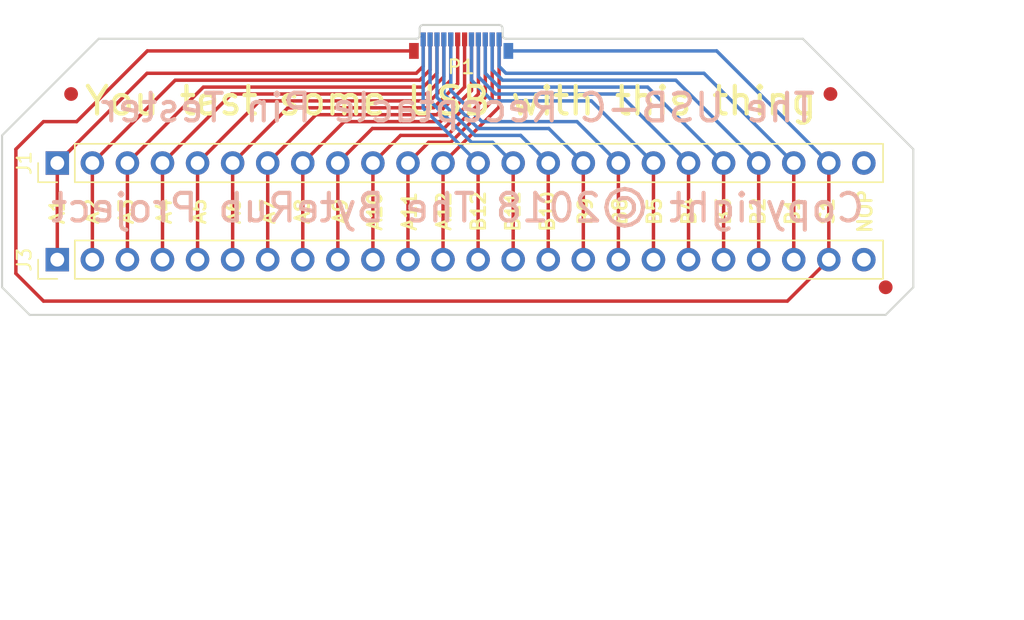
<source format=kicad_pcb>
(kicad_pcb (version 4) (host pcbnew 4.0.6+dfsg1-1)

  (general
    (links 47)
    (no_connects 0)
    (area 50.542855 77.165 154.457145 122.100001)
    (thickness 1.6)
    (drawings 50)
    (tracks 117)
    (zones 0)
    (modules 6)
    (nets 30)
  )

  (page A4)
  (title_block
    (title "USB-C Receptacle Tester")
    (date 2018-09-10)
    (rev 0.7)
    (company "The ByteRub Project Hardware Team")
    (comment 1 "Copyright © 2018, The ByteRub Project")
    (comment 2 "Enabling testing of USB-C hardware")
    (comment 3 "Pending quality assurance testing")
    (comment 4 "Warning, untested prototype!")
  )

  (layers
    (0 F.Cu signal)
    (31 B.Cu signal)
    (32 B.Adhes user)
    (33 F.Adhes user)
    (34 B.Paste user)
    (35 F.Paste user)
    (36 B.SilkS user)
    (37 F.SilkS user)
    (38 B.Mask user)
    (39 F.Mask user)
    (40 Dwgs.User user)
    (41 Cmts.User user)
    (42 Eco1.User user)
    (43 Eco2.User user)
    (44 Edge.Cuts user)
    (45 Margin user)
    (46 B.CrtYd user)
    (47 F.CrtYd user)
    (48 B.Fab user)
    (49 F.Fab user)
  )

  (setup
    (last_trace_width 0.25)
    (trace_clearance 0.1)
    (zone_clearance 0.508)
    (zone_45_only no)
    (trace_min 0.2)
    (segment_width 0.2)
    (edge_width 0.15)
    (via_size 0.6)
    (via_drill 0.4)
    (via_min_size 0.4)
    (via_min_drill 0.3)
    (uvia_size 0.3)
    (uvia_drill 0.1)
    (uvias_allowed no)
    (uvia_min_size 0.2)
    (uvia_min_drill 0.1)
    (pcb_text_width 0.3)
    (pcb_text_size 1.5 1.5)
    (mod_edge_width 0.15)
    (mod_text_size 1 1)
    (mod_text_width 0.15)
    (pad_size 1.524 1.524)
    (pad_drill 0.762)
    (pad_to_mask_clearance 0.2)
    (aux_axis_origin 0 0)
    (visible_elements FFFFFF7F)
    (pcbplotparams
      (layerselection 0x010fc_80000001)
      (usegerberextensions false)
      (excludeedgelayer true)
      (linewidth 0.100000)
      (plotframeref false)
      (viasonmask false)
      (mode 1)
      (useauxorigin false)
      (hpglpennumber 1)
      (hpglpenspeed 20)
      (hpglpendiameter 15)
      (hpglpenoverlay 2)
      (psnegative false)
      (psa4output false)
      (plotreference true)
      (plotvalue true)
      (plotinvisibletext false)
      (padsonsilk false)
      (subtractmaskfromsilk false)
      (outputformat 1)
      (mirror false)
      (drillshape 0)
      (scaleselection 1)
      (outputdirectory fabsingle))
  )

  (net 0 "")
  (net 1 GND)
  (net 2 /A1)
  (net 3 /A2)
  (net 4 /A3)
  (net 5 /A4)
  (net 6 /A5)
  (net 7 /A6)
  (net 8 /A7)
  (net 9 /A8)
  (net 10 /A9)
  (net 11 /A10)
  (net 12 /A11)
  (net 13 /A12)
  (net 14 /B1)
  (net 15 /B2)
  (net 16 /B3)
  (net 17 /B4)
  (net 18 /B5)
  (net 19 /B8)
  (net 20 /B9)
  (net 21 /B10)
  (net 22 /B11)
  (net 23 /B12)
  (net 24 /S1)
  (net 25 "Net-(J1-Pad24)")
  (net 26 "Net-(J3-Pad24)")
  (net 27 "Net-(FID1-Pad~)")
  (net 28 "Net-(FID2-Pad~)")
  (net 29 "Net-(FID3-Pad~)")

  (net_class Default "Dies ist die voreingestellte Netzklasse."
    (clearance 0.1)
    (trace_width 0.25)
    (via_dia 0.6)
    (via_drill 0.4)
    (uvia_dia 0.3)
    (uvia_drill 0.1)
    (add_net /A1)
    (add_net /A10)
    (add_net /A11)
    (add_net /A12)
    (add_net /A2)
    (add_net /A3)
    (add_net /A4)
    (add_net /A5)
    (add_net /A6)
    (add_net /A7)
    (add_net /A8)
    (add_net /A9)
    (add_net /B1)
    (add_net /B10)
    (add_net /B11)
    (add_net /B12)
    (add_net /B2)
    (add_net /B3)
    (add_net /B4)
    (add_net /B5)
    (add_net /B8)
    (add_net /B9)
    (add_net /S1)
    (add_net "Net-(FID1-Pad~)")
    (add_net "Net-(FID2-Pad~)")
    (add_net "Net-(FID3-Pad~)")
    (add_net "Net-(J1-Pad24)")
    (add_net "Net-(J3-Pad24)")
  )

  (module ByteRub_HW:Pin_Header_Straight_1x24_Pitch2.54mm (layer F.Cu) (tedit 5862ED52) (tstamp 5B9795E3)
    (at 72 89 90)
    (descr "Through hole straight pin header, 1x24, 2.54mm pitch, single row")
    (tags "Through hole pin header THT 1x24 2.54mm single row")
    (path /5B977BC9)
    (fp_text reference J1 (at 0 -2.39 90) (layer F.SilkS)
      (effects (font (size 1 1) (thickness 0.15)))
    )
    (fp_text value CONN_01X24 (at 0 60.81 90) (layer F.Fab)
      (effects (font (size 1 1) (thickness 0.15)))
    )
    (fp_line (start -1.27 -1.27) (end -1.27 59.69) (layer F.Fab) (width 0.1))
    (fp_line (start -1.27 59.69) (end 1.27 59.69) (layer F.Fab) (width 0.1))
    (fp_line (start 1.27 59.69) (end 1.27 -1.27) (layer F.Fab) (width 0.1))
    (fp_line (start 1.27 -1.27) (end -1.27 -1.27) (layer F.Fab) (width 0.1))
    (fp_line (start -1.39 1.27) (end -1.39 59.81) (layer F.SilkS) (width 0.12))
    (fp_line (start -1.39 59.81) (end 1.39 59.81) (layer F.SilkS) (width 0.12))
    (fp_line (start 1.39 59.81) (end 1.39 1.27) (layer F.SilkS) (width 0.12))
    (fp_line (start 1.39 1.27) (end -1.39 1.27) (layer F.SilkS) (width 0.12))
    (fp_line (start -1.39 0) (end -1.39 -1.39) (layer F.SilkS) (width 0.12))
    (fp_line (start -1.39 -1.39) (end 0 -1.39) (layer F.SilkS) (width 0.12))
    (fp_line (start -1.6 -1.6) (end -1.6 60) (layer F.CrtYd) (width 0.05))
    (fp_line (start -1.6 60) (end 1.6 60) (layer F.CrtYd) (width 0.05))
    (fp_line (start 1.6 60) (end 1.6 -1.6) (layer F.CrtYd) (width 0.05))
    (fp_line (start 1.6 -1.6) (end -1.6 -1.6) (layer F.CrtYd) (width 0.05))
    (pad 1 thru_hole rect (at 0 0 90) (size 1.7 1.7) (drill 1) (layers *.Cu *.Mask)
      (net 2 /A1))
    (pad 2 thru_hole oval (at 0 2.54 90) (size 1.7 1.7) (drill 1) (layers *.Cu *.Mask)
      (net 3 /A2))
    (pad 3 thru_hole oval (at 0 5.08 90) (size 1.7 1.7) (drill 1) (layers *.Cu *.Mask)
      (net 4 /A3))
    (pad 4 thru_hole oval (at 0 7.62 90) (size 1.7 1.7) (drill 1) (layers *.Cu *.Mask)
      (net 5 /A4))
    (pad 5 thru_hole oval (at 0 10.16 90) (size 1.7 1.7) (drill 1) (layers *.Cu *.Mask)
      (net 6 /A5))
    (pad 6 thru_hole oval (at 0 12.7 90) (size 1.7 1.7) (drill 1) (layers *.Cu *.Mask)
      (net 7 /A6))
    (pad 7 thru_hole oval (at 0 15.24 90) (size 1.7 1.7) (drill 1) (layers *.Cu *.Mask)
      (net 8 /A7))
    (pad 8 thru_hole oval (at 0 17.78 90) (size 1.7 1.7) (drill 1) (layers *.Cu *.Mask)
      (net 9 /A8))
    (pad 9 thru_hole oval (at 0 20.32 90) (size 1.7 1.7) (drill 1) (layers *.Cu *.Mask)
      (net 10 /A9))
    (pad 10 thru_hole oval (at 0 22.86 90) (size 1.7 1.7) (drill 1) (layers *.Cu *.Mask)
      (net 11 /A10))
    (pad 11 thru_hole oval (at 0 25.4 90) (size 1.7 1.7) (drill 1) (layers *.Cu *.Mask)
      (net 12 /A11))
    (pad 12 thru_hole oval (at 0 27.94 90) (size 1.7 1.7) (drill 1) (layers *.Cu *.Mask)
      (net 13 /A12))
    (pad 13 thru_hole oval (at 0 30.48 90) (size 1.7 1.7) (drill 1) (layers *.Cu *.Mask)
      (net 23 /B12))
    (pad 14 thru_hole oval (at 0 33.02 90) (size 1.7 1.7) (drill 1) (layers *.Cu *.Mask)
      (net 22 /B11))
    (pad 15 thru_hole oval (at 0 35.56 90) (size 1.7 1.7) (drill 1) (layers *.Cu *.Mask)
      (net 21 /B10))
    (pad 16 thru_hole oval (at 0 38.1 90) (size 1.7 1.7) (drill 1) (layers *.Cu *.Mask)
      (net 20 /B9))
    (pad 17 thru_hole oval (at 0 40.64 90) (size 1.7 1.7) (drill 1) (layers *.Cu *.Mask)
      (net 19 /B8))
    (pad 18 thru_hole oval (at 0 43.18 90) (size 1.7 1.7) (drill 1) (layers *.Cu *.Mask)
      (net 18 /B5))
    (pad 19 thru_hole oval (at 0 45.72 90) (size 1.7 1.7) (drill 1) (layers *.Cu *.Mask)
      (net 17 /B4))
    (pad 20 thru_hole oval (at 0 48.26 90) (size 1.7 1.7) (drill 1) (layers *.Cu *.Mask)
      (net 16 /B3))
    (pad 21 thru_hole oval (at 0 50.8 90) (size 1.7 1.7) (drill 1) (layers *.Cu *.Mask)
      (net 15 /B2))
    (pad 22 thru_hole oval (at 0 53.34 90) (size 1.7 1.7) (drill 1) (layers *.Cu *.Mask)
      (net 14 /B1))
    (pad 23 thru_hole oval (at 0 55.88 90) (size 1.7 1.7) (drill 1) (layers *.Cu *.Mask)
      (net 24 /S1))
    (pad 24 thru_hole oval (at 0 58.42 90) (size 1.7 1.7) (drill 1) (layers *.Cu *.Mask)
      (net 25 "Net-(J1-Pad24)"))
    (model ${KISYS3DMOD}/Pin_Headers.3dshapes/Pin_Header_Straight_1x24_Pitch2.54mm.wrl
      (at (xyz 0 -1.15 0))
      (scale (xyz 1 1 1))
      (rotate (xyz 0 0 90))
    )
  )

  (module ByteRub_HW:Pin_Header_Straight_1x24_Pitch2.54mm (layer F.Cu) (tedit 5862ED52) (tstamp 5B97961B)
    (at 72 96 90)
    (descr "Through hole straight pin header, 1x24, 2.54mm pitch, single row")
    (tags "Through hole pin header THT 1x24 2.54mm single row")
    (path /5B977F50)
    (fp_text reference J3 (at 0 -2.39 90) (layer F.SilkS)
      (effects (font (size 1 1) (thickness 0.15)))
    )
    (fp_text value CONN_01X24 (at 0 60.81 90) (layer F.Fab)
      (effects (font (size 1 1) (thickness 0.15)))
    )
    (fp_line (start -1.27 -1.27) (end -1.27 59.69) (layer F.Fab) (width 0.1))
    (fp_line (start -1.27 59.69) (end 1.27 59.69) (layer F.Fab) (width 0.1))
    (fp_line (start 1.27 59.69) (end 1.27 -1.27) (layer F.Fab) (width 0.1))
    (fp_line (start 1.27 -1.27) (end -1.27 -1.27) (layer F.Fab) (width 0.1))
    (fp_line (start -1.39 1.27) (end -1.39 59.81) (layer F.SilkS) (width 0.12))
    (fp_line (start -1.39 59.81) (end 1.39 59.81) (layer F.SilkS) (width 0.12))
    (fp_line (start 1.39 59.81) (end 1.39 1.27) (layer F.SilkS) (width 0.12))
    (fp_line (start 1.39 1.27) (end -1.39 1.27) (layer F.SilkS) (width 0.12))
    (fp_line (start -1.39 0) (end -1.39 -1.39) (layer F.SilkS) (width 0.12))
    (fp_line (start -1.39 -1.39) (end 0 -1.39) (layer F.SilkS) (width 0.12))
    (fp_line (start -1.6 -1.6) (end -1.6 60) (layer F.CrtYd) (width 0.05))
    (fp_line (start -1.6 60) (end 1.6 60) (layer F.CrtYd) (width 0.05))
    (fp_line (start 1.6 60) (end 1.6 -1.6) (layer F.CrtYd) (width 0.05))
    (fp_line (start 1.6 -1.6) (end -1.6 -1.6) (layer F.CrtYd) (width 0.05))
    (pad 1 thru_hole rect (at 0 0 90) (size 1.7 1.7) (drill 1) (layers *.Cu *.Mask)
      (net 2 /A1))
    (pad 2 thru_hole oval (at 0 2.54 90) (size 1.7 1.7) (drill 1) (layers *.Cu *.Mask)
      (net 3 /A2))
    (pad 3 thru_hole oval (at 0 5.08 90) (size 1.7 1.7) (drill 1) (layers *.Cu *.Mask)
      (net 4 /A3))
    (pad 4 thru_hole oval (at 0 7.62 90) (size 1.7 1.7) (drill 1) (layers *.Cu *.Mask)
      (net 5 /A4))
    (pad 5 thru_hole oval (at 0 10.16 90) (size 1.7 1.7) (drill 1) (layers *.Cu *.Mask)
      (net 6 /A5))
    (pad 6 thru_hole oval (at 0 12.7 90) (size 1.7 1.7) (drill 1) (layers *.Cu *.Mask)
      (net 7 /A6))
    (pad 7 thru_hole oval (at 0 15.24 90) (size 1.7 1.7) (drill 1) (layers *.Cu *.Mask)
      (net 8 /A7))
    (pad 8 thru_hole oval (at 0 17.78 90) (size 1.7 1.7) (drill 1) (layers *.Cu *.Mask)
      (net 9 /A8))
    (pad 9 thru_hole oval (at 0 20.32 90) (size 1.7 1.7) (drill 1) (layers *.Cu *.Mask)
      (net 10 /A9))
    (pad 10 thru_hole oval (at 0 22.86 90) (size 1.7 1.7) (drill 1) (layers *.Cu *.Mask)
      (net 11 /A10))
    (pad 11 thru_hole oval (at 0 25.4 90) (size 1.7 1.7) (drill 1) (layers *.Cu *.Mask)
      (net 12 /A11))
    (pad 12 thru_hole oval (at 0 27.94 90) (size 1.7 1.7) (drill 1) (layers *.Cu *.Mask)
      (net 13 /A12))
    (pad 13 thru_hole oval (at 0 30.48 90) (size 1.7 1.7) (drill 1) (layers *.Cu *.Mask)
      (net 23 /B12))
    (pad 14 thru_hole oval (at 0 33.02 90) (size 1.7 1.7) (drill 1) (layers *.Cu *.Mask)
      (net 22 /B11))
    (pad 15 thru_hole oval (at 0 35.56 90) (size 1.7 1.7) (drill 1) (layers *.Cu *.Mask)
      (net 21 /B10))
    (pad 16 thru_hole oval (at 0 38.1 90) (size 1.7 1.7) (drill 1) (layers *.Cu *.Mask)
      (net 20 /B9))
    (pad 17 thru_hole oval (at 0 40.64 90) (size 1.7 1.7) (drill 1) (layers *.Cu *.Mask)
      (net 19 /B8))
    (pad 18 thru_hole oval (at 0 43.18 90) (size 1.7 1.7) (drill 1) (layers *.Cu *.Mask)
      (net 18 /B5))
    (pad 19 thru_hole oval (at 0 45.72 90) (size 1.7 1.7) (drill 1) (layers *.Cu *.Mask)
      (net 17 /B4))
    (pad 20 thru_hole oval (at 0 48.26 90) (size 1.7 1.7) (drill 1) (layers *.Cu *.Mask)
      (net 16 /B3))
    (pad 21 thru_hole oval (at 0 50.8 90) (size 1.7 1.7) (drill 1) (layers *.Cu *.Mask)
      (net 15 /B2))
    (pad 22 thru_hole oval (at 0 53.34 90) (size 1.7 1.7) (drill 1) (layers *.Cu *.Mask)
      (net 14 /B1))
    (pad 23 thru_hole oval (at 0 55.88 90) (size 1.7 1.7) (drill 1) (layers *.Cu *.Mask)
      (net 24 /S1))
    (pad 24 thru_hole oval (at 0 58.42 90) (size 1.7 1.7) (drill 1) (layers *.Cu *.Mask)
      (net 26 "Net-(J3-Pad24)"))
  )

  (module ByteRub_HW:USB_C_Plug_Molex_105444 (layer F.Cu) (tedit 59237922) (tstamp 5B979637)
    (at 101.25 80)
    (descr "Universal Serial Bus (USB) Shielded I/O Plug, Type C, Right Angle, Surface Mount, http://www.molex.com/pdm_docs/sd/1054440001_sd.pdf")
    (tags "USB Type-C Plug Edge Mount")
    (path /5B9774E2)
    (attr smd)
    (fp_text reference P1 (at 0 2.04) (layer F.SilkS)
      (effects (font (size 1 1) (thickness 0.15)))
    )
    (fp_text value USB_C_Plug (at 0 -1.96) (layer F.Fab)
      (effects (font (size 1 1) (thickness 0.15)))
    )
    (fp_text user %R (at 0 2.04) (layer F.Fab)
      (effects (font (size 1 1) (thickness 0.1)))
    )
    (fp_line (start -4.3 1.96) (end -4.3 -1.46) (layer F.CrtYd) (width 0.05))
    (fp_text user "PCB Edge" (at 0 -0.96) (layer Dwgs.User)
      (effects (font (size 0.5 0.5) (thickness 0.08)))
    )
    (fp_line (start 3.35 0) (end 4.3 0) (layer F.Fab) (width 0.1))
    (fp_line (start 3.05 -0.66) (end 3.05 -0.3) (layer F.Fab) (width 0.1))
    (fp_arc (start 2.75 -0.66) (end 2.75 -0.96) (angle 90) (layer F.Fab) (width 0.1))
    (fp_line (start -2.75 -0.96) (end 2.75 -0.96) (layer F.Fab) (width 0.1))
    (fp_arc (start -2.75 -0.66) (end -3.05 -0.66) (angle 90) (layer F.Fab) (width 0.1))
    (fp_arc (start 3.35 -0.3) (end 3.35 0) (angle 90) (layer F.Fab) (width 0.1))
    (fp_line (start -3.05 -0.66) (end -3.05 -0.3) (layer F.Fab) (width 0.1))
    (fp_arc (start -3.35 -0.3) (end -3.05 -0.3) (angle 90) (layer F.Fab) (width 0.1))
    (fp_line (start -3.35 0) (end -4.3 0) (layer F.Fab) (width 0.1))
    (fp_line (start 4.3 1.96) (end 4.3 -1.46) (layer F.CrtYd) (width 0.05))
    (fp_line (start 4.3 -1.46) (end -4.3 -1.46) (layer F.CrtYd) (width 0.05))
    (fp_line (start 4.3 1.96) (end -4.3 1.96) (layer F.CrtYd) (width 0.05))
    (pad A1 smd rect (at -2.75 0.04) (size 0.38 1) (layers F.Cu F.Paste F.Mask)
      (net 2 /A1))
    (pad A2 smd rect (at -2.25 0.04) (size 0.38 1) (layers F.Cu F.Paste F.Mask)
      (net 3 /A2))
    (pad A3 smd rect (at -1.75 0.04) (size 0.38 1) (layers F.Cu F.Paste F.Mask)
      (net 4 /A3))
    (pad A4 smd rect (at -1.25 0.04) (size 0.38 1) (layers F.Cu F.Paste F.Mask)
      (net 5 /A4))
    (pad A5 smd rect (at -0.75 0.04) (size 0.38 1) (layers F.Cu F.Paste F.Mask)
      (net 6 /A5))
    (pad A6 smd rect (at -0.25 0.04) (size 0.38 1) (layers F.Cu F.Paste F.Mask)
      (net 7 /A6))
    (pad A7 smd rect (at 0.25 0.04) (size 0.38 1) (layers F.Cu F.Paste F.Mask)
      (net 8 /A7))
    (pad A8 smd rect (at 0.75 0.04) (size 0.38 1) (layers F.Cu F.Paste F.Mask)
      (net 9 /A8))
    (pad A9 smd rect (at 1.25 0.04) (size 0.38 1) (layers F.Cu F.Paste F.Mask)
      (net 10 /A9))
    (pad A10 smd rect (at 1.75 0.04) (size 0.38 1) (layers F.Cu F.Paste F.Mask)
      (net 11 /A10))
    (pad A11 smd rect (at 2.25 0.04) (size 0.38 1) (layers F.Cu F.Paste F.Mask)
      (net 12 /A11))
    (pad A12 smd rect (at 2.75 0.04) (size 0.38 1) (layers F.Cu F.Paste F.Mask)
      (net 13 /A12))
    (pad S1 smd rect (at -3.42 0.88) (size 0.7 1.15) (layers F.Cu F.Paste F.Mask)
      (net 24 /S1))
    (pad S1 smd rect (at 3.42 0.88) (size 0.7 1.15) (layers B.Cu B.Paste B.Mask)
      (net 24 /S1))
    (pad B1 smd rect (at 2.75 0.04) (size 0.38 1) (layers B.Cu B.Paste B.Mask)
      (net 14 /B1))
    (pad B2 smd rect (at 2.25 0.04) (size 0.38 1) (layers B.Cu B.Paste B.Mask)
      (net 15 /B2))
    (pad B3 smd rect (at 1.75 0.04) (size 0.38 1) (layers B.Cu B.Paste B.Mask)
      (net 16 /B3))
    (pad B4 smd rect (at 1.25 0.04) (size 0.38 1) (layers B.Cu B.Paste B.Mask)
      (net 17 /B4))
    (pad B5 smd rect (at 0.75 0.04) (size 0.38 1) (layers B.Cu B.Paste B.Mask)
      (net 18 /B5))
    (pad B8 smd rect (at -0.75 0.04) (size 0.38 1) (layers B.Cu B.Paste B.Mask)
      (net 19 /B8))
    (pad B9 smd rect (at -1.25 0.04) (size 0.38 1) (layers B.Cu B.Paste B.Mask)
      (net 20 /B9))
    (pad B10 smd rect (at -1.75 0.04) (size 0.38 1) (layers B.Cu B.Paste B.Mask)
      (net 21 /B10))
    (pad B11 smd rect (at -2.25 0.04) (size 0.38 1) (layers B.Cu B.Paste B.Mask)
      (net 22 /B11))
    (pad B12 smd rect (at -2.75 0.04) (size 0.38 1) (layers B.Cu B.Paste B.Mask)
      (net 23 /B12))
    (model ${KISYS3DMOD}/Connectors_USB.3dshapes/USB_C_Plug_Molex_105444.wrl
      (at (xyz 0 0 0))
      (scale (xyz 1 1 1))
      (rotate (xyz 0 0 0))
    )
  )

  (module ByteRub_HW:Fiducial_1mm_Dia_2mm_Outer (layer F.Cu) (tedit 5B97FD5E) (tstamp 5B97AD8A)
    (at 73 84)
    (descr "Circular Fiducial, 1mm bare copper; 2mm keepout (Level A)")
    (tags marker)
    (path /5B97AC9A)
    (attr virtual)
    (fp_text reference FID1 (at 3 0) (layer F.SilkS) hide
      (effects (font (size 1 1) (thickness 0.15)))
    )
    (fp_text value Dummy_FIDUCIAL_Passermarke_Type1_RevE_Date16Nov2011 (at 0 2) (layer F.Fab) hide
      (effects (font (size 1 1) (thickness 0.15)))
    )
    (fp_circle (center 0 0) (end 1 0) (layer F.Fab) (width 0.1))
    (fp_text user %R (at 0 0) (layer F.Fab)
      (effects (font (size 0.4 0.4) (thickness 0.06)))
    )
    (fp_circle (center 0 0) (end 1.25 0) (layer F.CrtYd) (width 0.05))
    (pad ~ smd circle (at 0 0) (size 1 1) (layers F.Cu F.Mask)
      (net 27 "Net-(FID1-Pad~)") (solder_mask_margin 0.5) (clearance 0.5))
  )

  (module ByteRub_HW:Fiducial_1mm_Dia_2mm_Outer (layer F.Cu) (tedit 5B97FD61) (tstamp 5B97AD8F)
    (at 128 84)
    (descr "Circular Fiducial, 1mm bare copper; 2mm keepout (Level A)")
    (tags marker)
    (path /5B97ACF9)
    (attr virtual)
    (fp_text reference FID2 (at -3 0) (layer F.SilkS) hide
      (effects (font (size 1 1) (thickness 0.15)))
    )
    (fp_text value Dummy_FIDUCIAL_Passermarke_Type1_RevE_Date16Nov2011 (at 0 2) (layer F.Fab) hide
      (effects (font (size 1 1) (thickness 0.15)))
    )
    (fp_circle (center 0 0) (end 1 0) (layer F.Fab) (width 0.1))
    (fp_text user %R (at 0 0) (layer F.Fab)
      (effects (font (size 0.4 0.4) (thickness 0.06)))
    )
    (fp_circle (center 0 0) (end 1.25 0) (layer F.CrtYd) (width 0.05))
    (pad ~ smd circle (at 0 0) (size 1 1) (layers F.Cu F.Mask)
      (net 28 "Net-(FID2-Pad~)") (solder_mask_margin 0.5) (clearance 0.5))
  )

  (module ByteRub_HW:Fiducial_1mm_Dia_2mm_Outer (layer F.Cu) (tedit 5B97FD64) (tstamp 5B97AD94)
    (at 132 98)
    (descr "Circular Fiducial, 1mm bare copper; 2mm keepout (Level A)")
    (tags marker)
    (path /5B97AD6A)
    (attr virtual)
    (fp_text reference FID3 (at -3 0.5) (layer F.SilkS) hide
      (effects (font (size 1 1) (thickness 0.15)))
    )
    (fp_text value Dummy_FIDUCIAL_Passermarke_Type1_RevE_Date16Nov2011 (at 0 2) (layer F.Fab) hide
      (effects (font (size 1 1) (thickness 0.15)))
    )
    (fp_circle (center 0 0) (end 1 0) (layer F.Fab) (width 0.1))
    (fp_text user %R (at 0 0) (layer F.Fab)
      (effects (font (size 0.4 0.4) (thickness 0.06)))
    )
    (fp_circle (center 0 0) (end 1.25 0) (layer F.CrtYd) (width 0.05))
    (pad ~ smd circle (at 0 0) (size 1 1) (layers F.Cu F.Mask)
      (net 29 "Net-(FID3-Pad~)") (solder_mask_margin 0.5) (clearance 0.5))
  )

  (gr_line (start 134 110) (end 68 110) (angle 90) (layer Dwgs.User) (width 0.2))
  (gr_line (start 134 122) (end 134 110) (angle 90) (layer Dwgs.User) (width 0.2))
  (gr_line (start 68 122) (end 134 122) (angle 90) (layer Dwgs.User) (width 0.2))
  (gr_line (start 68 110) (end 68 122) (angle 90) (layer Dwgs.User) (width 0.2))
  (gr_text "Board substrate thickness must be ,8 mm to\naccomodate Molex USB-C plug part 105444." (at 101 116) (layer Dwgs.User)
    (effects (font (size 2 1.75) (thickness 0.3)))
  )
  (dimension 20 (width 0.3) (layer Dwgs.User)
    (gr_text "20,000 mm" (at 139.35 90 90) (layer Dwgs.User)
      (effects (font (size 1.5 1.5) (thickness 0.3)))
    )
    (feature1 (pts (xy 135 80) (xy 140.7 80)))
    (feature2 (pts (xy 135 100) (xy 140.7 100)))
    (crossbar (pts (xy 138 100) (xy 138 80)))
    (arrow1a (pts (xy 138 80) (xy 138.586421 81.126504)))
    (arrow1b (pts (xy 138 80) (xy 137.413579 81.126504)))
    (arrow2a (pts (xy 138 100) (xy 138.586421 98.873496)))
    (arrow2b (pts (xy 138 100) (xy 137.413579 98.873496)))
  )
  (dimension 66 (width 0.3) (layer Dwgs.User)
    (gr_text "66,000 mm" (at 101 105.35) (layer Dwgs.User)
      (effects (font (size 1.5 1.5) (thickness 0.3)))
    )
    (feature1 (pts (xy 134 101) (xy 134 106.7)))
    (feature2 (pts (xy 68 101) (xy 68 106.7)))
    (crossbar (pts (xy 68 104) (xy 134 104)))
    (arrow1a (pts (xy 134 104) (xy 132.873496 104.586421)))
    (arrow1b (pts (xy 134 104) (xy 132.873496 103.413579)))
    (arrow2a (pts (xy 68 104) (xy 69.126504 104.586421)))
    (arrow2b (pts (xy 68 104) (xy 69.126504 103.413579)))
  )
  (gr_text "The USB-C Receptacle Pin Tester" (at 101 85) (layer B.SilkS)
    (effects (font (size 2 2) (thickness 0.3)) (justify mirror))
  )
  (gr_text "Copyright ©2018 The ByteRub Project" (at 101 92.25) (layer B.SilkS)
    (effects (font (size 2 2) (thickness 0.3)) (justify mirror))
  )
  (gr_text "You test some USB with this thing" (at 100.5 84.5) (layer F.SilkS)
    (effects (font (size 2 2) (thickness 0.3)))
  )
  (gr_text NOP (at 130.5 92.5 90) (layer F.SilkS)
    (effects (font (size 1 1) (thickness 0.2)))
  )
  (gr_text S1 (at 127.75 92.5 90) (layer F.SilkS)
    (effects (font (size 1 1) (thickness 0.2)))
  )
  (gr_text B1 (at 125.25 92.5 90) (layer F.SilkS)
    (effects (font (size 1 1) (thickness 0.2)))
  )
  (gr_text B2 (at 122.75 92.5 90) (layer F.SilkS)
    (effects (font (size 1 1) (thickness 0.2)))
  )
  (gr_text B3 (at 120.25 92.5 90) (layer F.SilkS)
    (effects (font (size 1 1) (thickness 0.2)))
  )
  (gr_text B4 (at 117.75 92.5 90) (layer F.SilkS)
    (effects (font (size 1 1) (thickness 0.2)))
  )
  (gr_text B5 (at 115.25 92.5 90) (layer F.SilkS)
    (effects (font (size 1 1) (thickness 0.2)))
  )
  (gr_text B8 (at 112.75 92.5 90) (layer F.SilkS)
    (effects (font (size 1 1) (thickness 0.2)))
  )
  (gr_text B9 (at 110.25 92.5 90) (layer F.SilkS)
    (effects (font (size 1 1) (thickness 0.2)))
  )
  (gr_text B10 (at 107.5 92.5 90) (layer F.SilkS)
    (effects (font (size 1 1) (thickness 0.2)))
  )
  (gr_text B11 (at 105 92.5 90) (layer F.SilkS)
    (effects (font (size 1 1) (thickness 0.2)))
  )
  (gr_text B12 (at 102.5 92.5 90) (layer F.SilkS)
    (effects (font (size 1 1) (thickness 0.2)))
  )
  (gr_text A12 (at 100 92.5 90) (layer F.SilkS)
    (effects (font (size 1 1) (thickness 0.2)))
  )
  (gr_text A11 (at 97.5 92.5 90) (layer F.SilkS)
    (effects (font (size 1 1) (thickness 0.2)))
  )
  (gr_text A10 (at 95 92.5 90) (layer F.SilkS)
    (effects (font (size 1 1) (thickness 0.2)))
  )
  (gr_text A9 (at 92.5 92.5 90) (layer F.SilkS)
    (effects (font (size 1 1) (thickness 0.2)))
  )
  (gr_text A8 (at 89.75 92.5 90) (layer F.SilkS)
    (effects (font (size 1 1) (thickness 0.2)))
  )
  (gr_text A7 (at 87.25 92.5 90) (layer F.SilkS)
    (effects (font (size 1 1) (thickness 0.2)))
  )
  (gr_text A6 (at 84.75 92.5 90) (layer F.SilkS)
    (effects (font (size 1 1) (thickness 0.2)))
  )
  (gr_text A5 (at 82.25 92.5 90) (layer F.SilkS)
    (effects (font (size 1 1) (thickness 0.2)))
  )
  (gr_text A4 (at 79.75 92.5 90) (layer F.SilkS)
    (effects (font (size 1 1) (thickness 0.2)))
  )
  (gr_text A3 (at 77 92.5 90) (layer F.SilkS)
    (effects (font (size 1 1) (thickness 0.2)))
  )
  (gr_text A2 (at 74.5 92.5 90) (layer F.SilkS)
    (effects (font (size 1 1) (thickness 0.2)))
  )
  (gr_text A1 (at 72 92.5 90) (layer F.SilkS)
    (effects (font (size 1 1) (thickness 0.2)))
  )
  (gr_line (start 126 80) (end 104.5 80) (angle 90) (layer Edge.Cuts) (width 0.15))
  (gr_line (start 104.25 79.25) (end 104.25 79.75) (angle 90) (layer Edge.Cuts) (width 0.15))
  (gr_line (start 98.5 79) (end 104 79) (angle 90) (layer Edge.Cuts) (width 0.15))
  (gr_line (start 98.25 79.75) (end 98.25 79.25) (angle 90) (layer Edge.Cuts) (width 0.15))
  (gr_line (start 75 80) (end 98 80) (angle 90) (layer Edge.Cuts) (width 0.15))
  (gr_arc (start 104.5 79.75) (end 104.5 80) (angle 90) (layer Edge.Cuts) (width 0.15))
  (gr_arc (start 98 79.75) (end 98.25 79.75) (angle 90) (layer Edge.Cuts) (width 0.15))
  (gr_arc (start 104 79.25) (end 104 79) (angle 90) (layer Edge.Cuts) (width 0.15))
  (gr_arc (start 98.5 79.25) (end 98.25 79.25) (angle 90) (layer Edge.Cuts) (width 0.15))
  (gr_line (start 68 87) (end 75 80) (angle 90) (layer Edge.Cuts) (width 0.15))
  (gr_line (start 68 98) (end 68 87) (angle 90) (layer Edge.Cuts) (width 0.15))
  (gr_line (start 134 88) (end 126 80) (angle 90) (layer Edge.Cuts) (width 0.15))
  (gr_line (start 134 98) (end 134 88) (angle 90) (layer Edge.Cuts) (width 0.15))
  (gr_line (start 132 100) (end 134 98) (angle 90) (layer Edge.Cuts) (width 0.15))
  (gr_line (start 70 100) (end 132 100) (angle 90) (layer Edge.Cuts) (width 0.15))
  (gr_line (start 68 98) (end 70 100) (angle 90) (layer Edge.Cuts) (width 0.15))

  (segment (start 98.5 80.04) (end 98.5 82) (width 0.25) (layer F.Cu) (net 2))
  (segment (start 78.5 82.5) (end 72 89) (width 0.25) (layer F.Cu) (net 2) (tstamp 5B979EE9))
  (segment (start 98 82.5) (end 78.5 82.5) (width 0.25) (layer F.Cu) (net 2) (tstamp 5B979EE4))
  (segment (start 98.5 82) (end 98 82.5) (width 0.25) (layer F.Cu) (net 2) (tstamp 5B979EDD))
  (segment (start 72 96) (end 72 89) (width 0.25) (layer F.Cu) (net 2))
  (segment (start 99 80.04) (end 99 82.25) (width 0.25) (layer F.Cu) (net 3))
  (segment (start 80.54 83) (end 74.54 89) (width 0.25) (layer F.Cu) (net 3) (tstamp 5B979F10))
  (segment (start 98.25 83) (end 80.54 83) (width 0.25) (layer F.Cu) (net 3) (tstamp 5B979F00))
  (segment (start 99 82.25) (end 98.25 83) (width 0.25) (layer F.Cu) (net 3) (tstamp 5B979EFA))
  (segment (start 74.54 96) (end 74.54 89) (width 0.25) (layer F.Cu) (net 3))
  (segment (start 99.5 80.04) (end 99.5 82.5) (width 0.25) (layer F.Cu) (net 4))
  (segment (start 82.58 83.5) (end 77.08 89) (width 0.25) (layer F.Cu) (net 4) (tstamp 5B979F2F))
  (segment (start 98.5 83.5) (end 82.58 83.5) (width 0.25) (layer F.Cu) (net 4) (tstamp 5B979F22))
  (segment (start 99.5 82.5) (end 98.5 83.5) (width 0.25) (layer F.Cu) (net 4) (tstamp 5B979F1D))
  (segment (start 77.08 96) (end 77.08 89) (width 0.25) (layer F.Cu) (net 4))
  (segment (start 100 80.04) (end 100 82.75) (width 0.25) (layer F.Cu) (net 5))
  (segment (start 84.62 84) (end 79.62 89) (width 0.25) (layer F.Cu) (net 5) (tstamp 5B979F45))
  (segment (start 98.75 84) (end 84.62 84) (width 0.25) (layer F.Cu) (net 5) (tstamp 5B979F3A))
  (segment (start 100 82.75) (end 98.75 84) (width 0.25) (layer F.Cu) (net 5) (tstamp 5B979F35))
  (segment (start 79.62 96) (end 79.62 89) (width 0.25) (layer F.Cu) (net 5))
  (segment (start 100.5 80.04) (end 100.5 83) (width 0.25) (layer F.Cu) (net 6))
  (segment (start 86.66 84.5) (end 82.16 89) (width 0.25) (layer F.Cu) (net 6) (tstamp 5B979F84))
  (segment (start 99 84.5) (end 86.66 84.5) (width 0.25) (layer F.Cu) (net 6) (tstamp 5B979F71))
  (segment (start 100.5 83) (end 99 84.5) (width 0.25) (layer F.Cu) (net 6) (tstamp 5B979F6A))
  (segment (start 82.16 96) (end 82.16 89) (width 0.25) (layer F.Cu) (net 6))
  (segment (start 101 80.04) (end 101 83.25) (width 0.25) (layer F.Cu) (net 7))
  (segment (start 88.7 85) (end 84.7 89) (width 0.25) (layer F.Cu) (net 7) (tstamp 5B979F9A))
  (segment (start 99.25 85) (end 88.7 85) (width 0.25) (layer F.Cu) (net 7) (tstamp 5B979F92))
  (segment (start 101 83.25) (end 99.25 85) (width 0.25) (layer F.Cu) (net 7) (tstamp 5B979F8B))
  (segment (start 84.7 96) (end 84.7 89) (width 0.25) (layer F.Cu) (net 7))
  (segment (start 101.5 80.04) (end 101.5 83.5) (width 0.25) (layer F.Cu) (net 8))
  (segment (start 90.74 85.5) (end 87.24 89) (width 0.25) (layer F.Cu) (net 8) (tstamp 5B979FAF))
  (segment (start 99.5 85.5) (end 90.74 85.5) (width 0.25) (layer F.Cu) (net 8) (tstamp 5B979FAC))
  (segment (start 101.5 83.5) (end 99.5 85.5) (width 0.25) (layer F.Cu) (net 8) (tstamp 5B979FA5))
  (segment (start 87.24 96) (end 87.24 89) (width 0.25) (layer F.Cu) (net 8))
  (segment (start 102 80.04) (end 102 83.75) (width 0.25) (layer F.Cu) (net 9))
  (segment (start 92.78 86) (end 89.78 89) (width 0.25) (layer F.Cu) (net 9) (tstamp 5B979FBB))
  (segment (start 99.75 86) (end 92.78 86) (width 0.25) (layer F.Cu) (net 9) (tstamp 5B979FB9))
  (segment (start 102 83.75) (end 99.75 86) (width 0.25) (layer F.Cu) (net 9) (tstamp 5B979FB4))
  (segment (start 89.78 96) (end 89.78 89) (width 0.25) (layer F.Cu) (net 9))
  (segment (start 102.5 80.04) (end 102.5 84) (width 0.25) (layer F.Cu) (net 10))
  (segment (start 94.82 86.5) (end 92.32 89) (width 0.25) (layer F.Cu) (net 10) (tstamp 5B979FC5))
  (segment (start 100 86.5) (end 94.82 86.5) (width 0.25) (layer F.Cu) (net 10) (tstamp 5B979FC3))
  (segment (start 102.5 84) (end 100 86.5) (width 0.25) (layer F.Cu) (net 10) (tstamp 5B979FBF))
  (segment (start 92.32 96) (end 92.32 89) (width 0.25) (layer F.Cu) (net 10))
  (segment (start 103 80.04) (end 103 84.25) (width 0.25) (layer F.Cu) (net 11))
  (segment (start 96.86 87) (end 94.86 89) (width 0.25) (layer F.Cu) (net 11) (tstamp 5B979FCF))
  (segment (start 100.25 87) (end 96.86 87) (width 0.25) (layer F.Cu) (net 11) (tstamp 5B979FCD))
  (segment (start 103 84.25) (end 100.25 87) (width 0.25) (layer F.Cu) (net 11) (tstamp 5B979FC9))
  (segment (start 94.86 96) (end 94.86 89) (width 0.25) (layer F.Cu) (net 11))
  (segment (start 103.5 80.04) (end 103.5 84.5) (width 0.25) (layer F.Cu) (net 12))
  (segment (start 98.9 87.5) (end 97.4 89) (width 0.25) (layer F.Cu) (net 12) (tstamp 5B979FD9))
  (segment (start 100.5 87.5) (end 98.9 87.5) (width 0.25) (layer F.Cu) (net 12) (tstamp 5B979FD6))
  (segment (start 103.5 84.5) (end 100.5 87.5) (width 0.25) (layer F.Cu) (net 12) (tstamp 5B979FD3))
  (segment (start 97.4 96) (end 97.4 89) (width 0.25) (layer F.Cu) (net 12))
  (segment (start 104 80.04) (end 104 84.94) (width 0.25) (layer F.Cu) (net 13))
  (segment (start 104 84.94) (end 99.94 89) (width 0.25) (layer F.Cu) (net 13) (tstamp 5B979FDD))
  (segment (start 99.94 96) (end 99.94 89) (width 0.25) (layer F.Cu) (net 13))
  (segment (start 104 80.04) (end 104 82) (width 0.25) (layer B.Cu) (net 14))
  (segment (start 118.84 82.5) (end 125.34 89) (width 0.25) (layer B.Cu) (net 14) (tstamp 5B97A25A))
  (segment (start 104.5 82.5) (end 118.84 82.5) (width 0.25) (layer B.Cu) (net 14) (tstamp 5B97A24E))
  (segment (start 104 82) (end 104.5 82.5) (width 0.25) (layer B.Cu) (net 14) (tstamp 5B97A23D))
  (segment (start 125.34 96) (end 125.34 89) (width 0.25) (layer F.Cu) (net 14))
  (segment (start 103.5 80.04) (end 103.5 82.25) (width 0.25) (layer B.Cu) (net 15))
  (segment (start 116.8 83) (end 122.8 89) (width 0.25) (layer B.Cu) (net 15) (tstamp 5B97A302))
  (segment (start 104.25 83) (end 116.8 83) (width 0.25) (layer B.Cu) (net 15) (tstamp 5B97A2F8))
  (segment (start 103.5 82.25) (end 104.25 83) (width 0.25) (layer B.Cu) (net 15) (tstamp 5B97A2EF))
  (segment (start 122.8 96) (end 122.8 89) (width 0.25) (layer F.Cu) (net 15))
  (segment (start 103 80.04) (end 103 82.5) (width 0.25) (layer B.Cu) (net 16))
  (segment (start 114.76 83.5) (end 120.26 89) (width 0.25) (layer B.Cu) (net 16) (tstamp 5B97A314))
  (segment (start 104 83.5) (end 114.76 83.5) (width 0.25) (layer B.Cu) (net 16) (tstamp 5B97A310))
  (segment (start 103 82.5) (end 104 83.5) (width 0.25) (layer B.Cu) (net 16) (tstamp 5B97A30A))
  (segment (start 120.26 96) (end 120.26 89) (width 0.25) (layer F.Cu) (net 16))
  (segment (start 102.5 80.04) (end 102.5 82.75) (width 0.25) (layer B.Cu) (net 17))
  (segment (start 112.72 84) (end 117.72 89) (width 0.25) (layer B.Cu) (net 17) (tstamp 5B97A323))
  (segment (start 103.75 84) (end 112.72 84) (width 0.25) (layer B.Cu) (net 17) (tstamp 5B97A31F))
  (segment (start 102.5 82.75) (end 103.75 84) (width 0.25) (layer B.Cu) (net 17) (tstamp 5B97A318))
  (segment (start 117.72 96) (end 117.72 89) (width 0.25) (layer F.Cu) (net 17))
  (segment (start 102 80.04) (end 102 83) (width 0.25) (layer B.Cu) (net 18))
  (segment (start 110.68 84.5) (end 115.18 89) (width 0.25) (layer B.Cu) (net 18) (tstamp 5B97A342))
  (segment (start 103.5 84.5) (end 110.68 84.5) (width 0.25) (layer B.Cu) (net 18) (tstamp 5B97A340))
  (segment (start 102 83) (end 103.5 84.5) (width 0.25) (layer B.Cu) (net 18) (tstamp 5B97A33C))
  (segment (start 115.18 96) (end 115.18 89) (width 0.25) (layer F.Cu) (net 18))
  (segment (start 100.5 80.04) (end 100.5 83.75) (width 0.25) (layer B.Cu) (net 19))
  (segment (start 109.64 86) (end 112.64 89) (width 0.25) (layer B.Cu) (net 19) (tstamp 5B97A379))
  (segment (start 102.75 86) (end 109.64 86) (width 0.25) (layer B.Cu) (net 19) (tstamp 5B97A375))
  (segment (start 100.5 83.75) (end 102.75 86) (width 0.25) (layer B.Cu) (net 19) (tstamp 5B97A373))
  (segment (start 112.64 96) (end 112.64 89) (width 0.25) (layer F.Cu) (net 19))
  (segment (start 100 80.04) (end 100 84) (width 0.25) (layer B.Cu) (net 20))
  (segment (start 107.6 86.5) (end 110.1 89) (width 0.25) (layer B.Cu) (net 20) (tstamp 5B97A382))
  (segment (start 102.5 86.5) (end 107.6 86.5) (width 0.25) (layer B.Cu) (net 20) (tstamp 5B97A380))
  (segment (start 100 84) (end 102.5 86.5) (width 0.25) (layer B.Cu) (net 20) (tstamp 5B97A37D))
  (segment (start 110.1 96) (end 110.1 89) (width 0.25) (layer F.Cu) (net 20))
  (segment (start 99.5 80.04) (end 99.5 84.25) (width 0.25) (layer B.Cu) (net 21))
  (segment (start 105.56 87) (end 107.56 89) (width 0.25) (layer B.Cu) (net 21) (tstamp 5B97A38B))
  (segment (start 102.25 87) (end 105.56 87) (width 0.25) (layer B.Cu) (net 21) (tstamp 5B97A388))
  (segment (start 99.5 84.25) (end 102.25 87) (width 0.25) (layer B.Cu) (net 21) (tstamp 5B97A386))
  (segment (start 107.56 96) (end 107.56 89) (width 0.25) (layer F.Cu) (net 21))
  (segment (start 99 80.04) (end 99 84.5) (width 0.25) (layer B.Cu) (net 22))
  (segment (start 103.52 87.5) (end 105.02 89) (width 0.25) (layer B.Cu) (net 22) (tstamp 5B97A3A4))
  (segment (start 102 87.5) (end 103.52 87.5) (width 0.25) (layer B.Cu) (net 22) (tstamp 5B97A39F))
  (segment (start 99 84.5) (end 102 87.5) (width 0.25) (layer B.Cu) (net 22) (tstamp 5B97A39B))
  (segment (start 105.02 96) (end 105.02 89) (width 0.25) (layer F.Cu) (net 22))
  (segment (start 98.5 80.04) (end 98.5 85.02) (width 0.25) (layer B.Cu) (net 23))
  (segment (start 98.5 85.02) (end 102.48 89) (width 0.25) (layer B.Cu) (net 23) (tstamp 5B97A3A9))
  (segment (start 102.48 96) (end 102.48 89) (width 0.25) (layer F.Cu) (net 23))
  (segment (start 97.83 80.88) (end 78.52 80.88) (width 0.25) (layer F.Cu) (net 24))
  (segment (start 71 86) (end 69 88) (width 0.25) (layer F.Cu) (net 24) (tstamp 5B97AEA6))
  (segment (start 73.4 86) (end 71 86) (width 0.25) (layer F.Cu) (net 24) (tstamp 5B97AEA9))
  (segment (start 78.52 80.88) (end 73.4 86) (width 0.25) (layer F.Cu) (net 24) (tstamp 5B97A433))
  (segment (start 69 88) (end 69 97) (width 0.25) (layer F.Cu) (net 24) (tstamp 5B97A441))
  (segment (start 69 97) (end 71 99) (width 0.25) (layer F.Cu) (net 24) (tstamp 5B97A444))
  (segment (start 71 99) (end 124.88 99) (width 0.25) (layer F.Cu) (net 24) (tstamp 5B97A44A))
  (segment (start 124.88 99) (end 127.88 96) (width 0.25) (layer F.Cu) (net 24) (tstamp 5B97A454))
  (segment (start 104.67 80.88) (end 119.76 80.88) (width 0.25) (layer B.Cu) (net 24))
  (segment (start 119.76 80.88) (end 127.88 89) (width 0.25) (layer B.Cu) (net 24) (tstamp 5B97A3F6))
  (segment (start 127.88 96) (end 127.88 89) (width 0.25) (layer F.Cu) (net 24))

  (zone (net 1) (net_name GND) (layer F.Cu) (tstamp 5B97A016) (hatch edge 0.508)
    (connect_pads (clearance 0.508))
    (min_thickness 0.254)
    (fill yes (arc_segments 16) (thermal_gap 0.508) (thermal_bridge_width 0.508))
    (polygon
      (pts
        (xy 134 88) (xy 134 98) (xy 132 100) (xy 70 100) (xy 68 98)
        (xy 68 87) (xy 75 80) (xy 126 80)
      )
    )
  )
  (zone (net 1) (net_name GND) (layer B.Cu) (tstamp 5B97A016) (hatch edge 0.508)
    (connect_pads (clearance 0.508))
    (min_thickness 0.254)
    (fill yes (arc_segments 16) (thermal_gap 0.508) (thermal_bridge_width 0.508))
    (polygon
      (pts
        (xy 134 88) (xy 134 98) (xy 132 100) (xy 70 100) (xy 68 98)
        (xy 68 87) (xy 75 80) (xy 126 80)
      )
    )
  )
)

</source>
